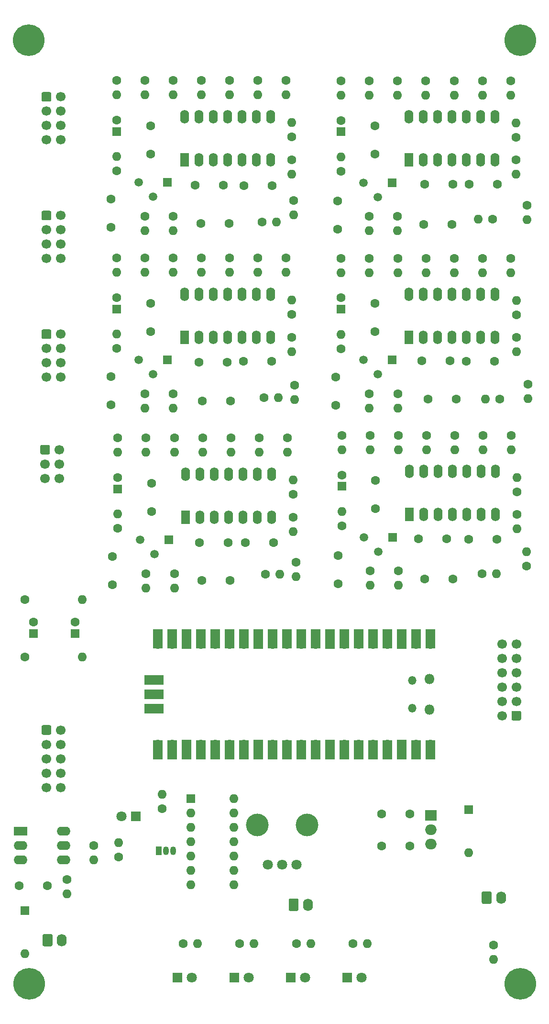
<source format=gbr>
%TF.GenerationSoftware,KiCad,Pcbnew,(5.1.7)-1*%
%TF.CreationDate,2023-03-08T08:19:23+00:00*%
%TF.ProjectId,KOSMO-POLY6-PICO-DCO-MB,4b4f534d-4f2d-4504-9f4c-59362d504943,v0.1.1*%
%TF.SameCoordinates,Original*%
%TF.FileFunction,Soldermask,Top*%
%TF.FilePolarity,Negative*%
%FSLAX46Y46*%
G04 Gerber Fmt 4.6, Leading zero omitted, Abs format (unit mm)*
G04 Created by KiCad (PCBNEW (5.1.7)-1) date 2023-03-08 08:19:23*
%MOMM*%
%LPD*%
G01*
G04 APERTURE LIST*
%ADD10O,1.740000X2.190000*%
%ADD11C,1.600000*%
%ADD12O,1.700000X1.700000*%
%ADD13R,1.700000X1.700000*%
%ADD14R,1.700000X3.500000*%
%ADD15O,1.800000X1.800000*%
%ADD16O,1.500000X1.500000*%
%ADD17R,3.500000X1.700000*%
%ADD18C,1.700000*%
%ADD19O,1.600000X1.600000*%
%ADD20C,1.800000*%
%ADD21R,1.800000X1.800000*%
%ADD22R,1.600000X1.600000*%
%ADD23R,1.050000X1.500000*%
%ADD24O,1.050000X1.500000*%
%ADD25C,5.600000*%
%ADD26C,4.000000*%
%ADD27O,2.000000X1.905000*%
%ADD28R,2.000000X1.905000*%
%ADD29O,1.600000X2.400000*%
%ADD30R,1.600000X2.400000*%
%ADD31R,1.500000X1.500000*%
%ADD32C,1.500000*%
%ADD33O,2.400000X1.600000*%
%ADD34R,2.400000X1.600000*%
G04 APERTURE END LIST*
D10*
%TO.C,PG1*%
X95062000Y-176111000D03*
G36*
G01*
X91652000Y-176956001D02*
X91652000Y-175265999D01*
G75*
G02*
X91901999Y-175016000I249999J0D01*
G01*
X93142001Y-175016000D01*
G75*
G02*
X93392000Y-175265999I0J-249999D01*
G01*
X93392000Y-176956001D01*
G75*
G02*
X93142001Y-177206000I-249999J0D01*
G01*
X91901999Y-177206000D01*
G75*
G02*
X91652000Y-176956001I0J249999D01*
G01*
G37*
%TD*%
D11*
%TO.C,C41*%
X88963000Y-112015000D03*
X83963000Y-112015000D03*
%TD*%
%TO.C,C40*%
X128544000Y-111416000D03*
X123544000Y-111416000D03*
%TD*%
%TO.C,C39*%
X88661000Y-79943000D03*
X83661000Y-79943000D03*
%TD*%
%TO.C,C38*%
X128131000Y-79920000D03*
X123131000Y-79920000D03*
%TD*%
%TO.C,C37*%
X88711000Y-48888000D03*
X83711000Y-48888000D03*
%TD*%
%TO.C,C36*%
X128575000Y-48648000D03*
X123575000Y-48648000D03*
%TD*%
D12*
%TO.C,MCU1*%
X116712000Y-129983000D03*
X114172000Y-129983000D03*
D13*
X111632000Y-129983000D03*
D12*
X109092000Y-129983000D03*
X106552000Y-129983000D03*
X104012000Y-129983000D03*
X101472000Y-129983000D03*
D13*
X98932000Y-129983000D03*
D12*
X96392000Y-129983000D03*
X93852000Y-129983000D03*
X91312000Y-129983000D03*
X88772000Y-129983000D03*
D13*
X86232000Y-129983000D03*
D12*
X83692000Y-129983000D03*
X81152000Y-129983000D03*
X78612000Y-129983000D03*
X76072000Y-129983000D03*
D13*
X73532000Y-129983000D03*
D12*
X70992000Y-129983000D03*
X68452000Y-129983000D03*
X68452000Y-147763000D03*
X70992000Y-147763000D03*
D13*
X73532000Y-147763000D03*
D12*
X76072000Y-147763000D03*
X78612000Y-147763000D03*
X81152000Y-147763000D03*
X83692000Y-147763000D03*
D13*
X86232000Y-147763000D03*
D12*
X88772000Y-147763000D03*
X91312000Y-147763000D03*
X93852000Y-147763000D03*
X96392000Y-147763000D03*
D13*
X98932000Y-147763000D03*
D12*
X101472000Y-147763000D03*
X104012000Y-147763000D03*
X106552000Y-147763000D03*
X109092000Y-147763000D03*
D13*
X111632000Y-147763000D03*
D12*
X114172000Y-147763000D03*
X116712000Y-147763000D03*
D14*
X116712000Y-129083000D03*
X114172000Y-129083000D03*
X111632000Y-129083000D03*
X109092000Y-129083000D03*
X106552000Y-129083000D03*
X104012000Y-129083000D03*
X101472000Y-129083000D03*
X98932000Y-129083000D03*
X96392000Y-129083000D03*
X93852000Y-129083000D03*
X91312000Y-129083000D03*
X88772000Y-129083000D03*
X86232000Y-129083000D03*
X83692000Y-129083000D03*
X81152000Y-129083000D03*
X78612000Y-129083000D03*
X76072000Y-129083000D03*
X73532000Y-129083000D03*
X70992000Y-129083000D03*
X68452000Y-129083000D03*
X116712000Y-148663000D03*
X114172000Y-148663000D03*
X111632000Y-148663000D03*
X109092000Y-148663000D03*
X106552000Y-148663000D03*
X104012000Y-148663000D03*
X101472000Y-148663000D03*
X98932000Y-148663000D03*
X96392000Y-148663000D03*
X93852000Y-148663000D03*
X91312000Y-148663000D03*
X88772000Y-148663000D03*
X86232000Y-148663000D03*
X83692000Y-148663000D03*
X81152000Y-148663000D03*
X78612000Y-148663000D03*
X76072000Y-148663000D03*
X73532000Y-148663000D03*
X70992000Y-148663000D03*
X68452000Y-148663000D03*
D15*
X116582000Y-136148000D03*
X116582000Y-141598000D03*
D16*
X113552000Y-136448000D03*
X113552000Y-141298000D03*
D17*
X67782000Y-136333000D03*
D12*
X68682000Y-136333000D03*
D17*
X67782000Y-138873000D03*
D13*
X68682000Y-138873000D03*
D17*
X67782000Y-141413000D03*
D12*
X68682000Y-141413000D03*
%TD*%
D18*
%TO.C,MOD1*%
X129408000Y-129948000D03*
X129408000Y-132488000D03*
X129408000Y-135028000D03*
X129408000Y-137568000D03*
X129408000Y-140108000D03*
X129408000Y-142648000D03*
X131948000Y-129948000D03*
X131948000Y-132488000D03*
X131948000Y-135028000D03*
X131948000Y-137568000D03*
X131948000Y-140108000D03*
G36*
G01*
X132798000Y-142048000D02*
X132798000Y-143248000D01*
G75*
G02*
X132548000Y-143498000I-250000J0D01*
G01*
X131348000Y-143498000D01*
G75*
G02*
X131098000Y-143248000I0J250000D01*
G01*
X131098000Y-142048000D01*
G75*
G02*
X131348000Y-141798000I250000J0D01*
G01*
X132548000Y-141798000D01*
G75*
G02*
X132798000Y-142048000I0J-250000D01*
G01*
G37*
%TD*%
%TO.C,Power-OUT1*%
X51077000Y-100664000D03*
X51077000Y-98124000D03*
X51077000Y-95584000D03*
X48537000Y-100664000D03*
X48537000Y-98124000D03*
G36*
G01*
X47687000Y-96184000D02*
X47687000Y-94984000D01*
G75*
G02*
X47937000Y-94734000I250000J0D01*
G01*
X49137000Y-94734000D01*
G75*
G02*
X49387000Y-94984000I0J-250000D01*
G01*
X49387000Y-96184000D01*
G75*
G02*
X49137000Y-96434000I-250000J0D01*
G01*
X47937000Y-96434000D01*
G75*
G02*
X47687000Y-96184000I0J250000D01*
G01*
G37*
%TD*%
D19*
%TO.C,R93*%
X75540000Y-183000000D03*
D11*
X73000000Y-183000000D03*
%TD*%
D20*
%TO.C,D7*%
X74540000Y-189000000D03*
D21*
X72000000Y-189000000D03*
%TD*%
D19*
%TO.C,R91*%
X61574000Y-165130000D03*
D11*
X61574000Y-167670000D03*
%TD*%
D20*
%TO.C,D6*%
X62050000Y-160430000D03*
D21*
X64590000Y-160430000D03*
%TD*%
D19*
%TO.C,U9*%
X81981000Y-157289000D03*
X74361000Y-172529000D03*
X81981000Y-159829000D03*
X74361000Y-169989000D03*
X81981000Y-162369000D03*
X74361000Y-167449000D03*
X81981000Y-164909000D03*
X74361000Y-164909000D03*
X81981000Y-167449000D03*
X74361000Y-162369000D03*
X81981000Y-169989000D03*
X74361000Y-159829000D03*
X81981000Y-172529000D03*
D22*
X74361000Y-157289000D03*
%TD*%
D19*
%TO.C,R92*%
X69234000Y-156604000D03*
D11*
X69234000Y-159144000D03*
%TD*%
D23*
%TO.C,Q7*%
X68650000Y-166578000D03*
D24*
X71190000Y-166578000D03*
X69920000Y-166578000D03*
%TD*%
D10*
%TO.C,PWM_IN1*%
X129236000Y-174841000D03*
G36*
G01*
X125826000Y-175686001D02*
X125826000Y-173995999D01*
G75*
G02*
X126075999Y-173746000I249999J0D01*
G01*
X127316001Y-173746000D01*
G75*
G02*
X127566000Y-173995999I0J-249999D01*
G01*
X127566000Y-175686001D01*
G75*
G02*
X127316001Y-175936000I-249999J0D01*
G01*
X126075999Y-175936000D01*
G75*
G02*
X125826000Y-175686001I0J249999D01*
G01*
G37*
%TD*%
D18*
%TO.C,POWER1*%
X51299000Y-155339000D03*
X51299000Y-152799000D03*
X51299000Y-150259000D03*
X51299000Y-147719000D03*
X51299000Y-145179000D03*
X48759000Y-155339000D03*
X48759000Y-152799000D03*
X48759000Y-150259000D03*
X48759000Y-147719000D03*
G36*
G01*
X47909000Y-145779000D02*
X47909000Y-144579000D01*
G75*
G02*
X48159000Y-144329000I250000J0D01*
G01*
X49359000Y-144329000D01*
G75*
G02*
X49609000Y-144579000I0J-250000D01*
G01*
X49609000Y-145779000D01*
G75*
G02*
X49359000Y-146029000I-250000J0D01*
G01*
X48159000Y-146029000D01*
G75*
G02*
X47909000Y-145779000I0J250000D01*
G01*
G37*
%TD*%
%TO.C,RAMP1*%
X51299000Y-40773000D03*
X51299000Y-38233000D03*
X51299000Y-35693000D03*
X51299000Y-33153000D03*
X48759000Y-40773000D03*
X48759000Y-38233000D03*
X48759000Y-35693000D03*
G36*
G01*
X47909000Y-33753000D02*
X47909000Y-32553000D01*
G75*
G02*
X48159000Y-32303000I250000J0D01*
G01*
X49359000Y-32303000D01*
G75*
G02*
X49609000Y-32553000I0J-250000D01*
G01*
X49609000Y-33753000D01*
G75*
G02*
X49359000Y-34003000I-250000J0D01*
G01*
X48159000Y-34003000D01*
G75*
G02*
X47909000Y-33753000I0J250000D01*
G01*
G37*
%TD*%
D19*
%TO.C,R90*%
X105540000Y-183000000D03*
D11*
X103000000Y-183000000D03*
%TD*%
D19*
%TO.C,R89*%
X95540000Y-183000000D03*
D11*
X93000000Y-183000000D03*
%TD*%
D18*
%TO.C,PULSE1*%
X51299000Y-61773000D03*
X51299000Y-59233000D03*
X51299000Y-56693000D03*
X51299000Y-54153000D03*
X48759000Y-61773000D03*
X48759000Y-59233000D03*
X48759000Y-56693000D03*
G36*
G01*
X47909000Y-54753000D02*
X47909000Y-53553000D01*
G75*
G02*
X48159000Y-53303000I250000J0D01*
G01*
X49359000Y-53303000D01*
G75*
G02*
X49609000Y-53553000I0J-250000D01*
G01*
X49609000Y-54753000D01*
G75*
G02*
X49359000Y-55003000I-250000J0D01*
G01*
X48159000Y-55003000D01*
G75*
G02*
X47909000Y-54753000I0J250000D01*
G01*
G37*
%TD*%
D10*
%TO.C,MIDI_IN1*%
X51505000Y-182371000D03*
G36*
G01*
X48095000Y-183216001D02*
X48095000Y-181525999D01*
G75*
G02*
X48344999Y-181276000I249999J0D01*
G01*
X49585001Y-181276000D01*
G75*
G02*
X49835000Y-181525999I0J-249999D01*
G01*
X49835000Y-183216001D01*
G75*
G02*
X49585001Y-183466000I-249999J0D01*
G01*
X48344999Y-183466000D01*
G75*
G02*
X48095000Y-183216001I0J249999D01*
G01*
G37*
%TD*%
D25*
%TO.C,H4*%
X45674000Y-190089000D03*
%TD*%
%TO.C,H3*%
X132660000Y-190087000D03*
%TD*%
%TO.C,H2*%
X132662000Y-23093000D03*
%TD*%
%TO.C,H1*%
X45662000Y-23095000D03*
%TD*%
D18*
%TO.C,GATE1*%
X51299000Y-82773000D03*
X51299000Y-80233000D03*
X51299000Y-77693000D03*
X51299000Y-75153000D03*
X48759000Y-82773000D03*
X48759000Y-80233000D03*
X48759000Y-77693000D03*
G36*
G01*
X47909000Y-75753000D02*
X47909000Y-74553000D01*
G75*
G02*
X48159000Y-74303000I250000J0D01*
G01*
X49359000Y-74303000D01*
G75*
G02*
X49609000Y-74553000I0J-250000D01*
G01*
X49609000Y-75753000D01*
G75*
G02*
X49359000Y-76003000I-250000J0D01*
G01*
X48159000Y-76003000D01*
G75*
G02*
X47909000Y-75753000I0J250000D01*
G01*
G37*
%TD*%
D19*
%TO.C,FB2*%
X55142000Y-122122000D03*
D11*
X44982000Y-122122000D03*
%TD*%
D19*
%TO.C,FB1*%
X55142000Y-132259000D03*
D11*
X44982000Y-132259000D03*
%TD*%
D20*
%TO.C,D5*%
X104540000Y-189000000D03*
D21*
X102000000Y-189000000D03*
%TD*%
D20*
%TO.C,D4*%
X94540000Y-189000000D03*
D21*
X92000000Y-189000000D03*
%TD*%
D11*
%TO.C,C9*%
X53833000Y-126077000D03*
D22*
X53833000Y-128077000D03*
%TD*%
D11*
%TO.C,C8*%
X46445000Y-126077000D03*
D22*
X46445000Y-128077000D03*
%TD*%
D19*
%TO.C,R88*%
X85540000Y-183000000D03*
D11*
X83000000Y-183000000D03*
%TD*%
D19*
%TO.C,R87*%
X86412000Y-96045000D03*
D11*
X86412000Y-93505000D03*
%TD*%
D19*
%TO.C,R86*%
X81412000Y-96045000D03*
D11*
X81412000Y-93505000D03*
%TD*%
D19*
%TO.C,R85*%
X61412000Y-96045000D03*
D11*
X61412000Y-93505000D03*
%TD*%
D19*
%TO.C,R84*%
X66412000Y-96045000D03*
D11*
X66412000Y-93505000D03*
%TD*%
D19*
%TO.C,R83*%
X61412000Y-106965000D03*
D11*
X61412000Y-109505000D03*
%TD*%
D19*
%TO.C,R82*%
X71412000Y-96045000D03*
D11*
X71412000Y-93505000D03*
%TD*%
D19*
%TO.C,R81*%
X76412000Y-96045000D03*
D11*
X76412000Y-93505000D03*
%TD*%
D19*
%TO.C,R80*%
X91412000Y-96045000D03*
D11*
X91412000Y-93505000D03*
%TD*%
D19*
%TO.C,R79*%
X71412000Y-120045000D03*
D11*
X71412000Y-117505000D03*
%TD*%
D19*
%TO.C,R78*%
X90092000Y-117632000D03*
D11*
X87552000Y-117632000D03*
%TD*%
D19*
%TO.C,R77*%
X66412000Y-120045000D03*
D11*
X66412000Y-117505000D03*
%TD*%
D19*
%TO.C,R74*%
X92412000Y-110045000D03*
D11*
X92412000Y-107505000D03*
%TD*%
D19*
%TO.C,R73*%
X126052000Y-95600000D03*
D11*
X126052000Y-93060000D03*
%TD*%
D19*
%TO.C,R72*%
X121052000Y-95600000D03*
D11*
X121052000Y-93060000D03*
%TD*%
D19*
%TO.C,R71*%
X101052000Y-95600000D03*
D11*
X101052000Y-93060000D03*
%TD*%
D19*
%TO.C,R70*%
X106052000Y-95600000D03*
D11*
X106052000Y-93060000D03*
%TD*%
D19*
%TO.C,R69*%
X101052000Y-106520000D03*
D11*
X101052000Y-109060000D03*
%TD*%
D19*
%TO.C,R68*%
X111052000Y-95600000D03*
D11*
X111052000Y-93060000D03*
%TD*%
D19*
%TO.C,R67*%
X116052000Y-95600000D03*
D11*
X116052000Y-93060000D03*
%TD*%
D19*
%TO.C,R66*%
X131052000Y-95600000D03*
D11*
X131052000Y-93060000D03*
%TD*%
D19*
%TO.C,R65*%
X111052000Y-119600000D03*
D11*
X111052000Y-117060000D03*
%TD*%
D19*
%TO.C,R64*%
X128410000Y-117509000D03*
D11*
X125870000Y-117509000D03*
%TD*%
D19*
%TO.C,R63*%
X106052000Y-119600000D03*
D11*
X106052000Y-117060000D03*
%TD*%
D19*
%TO.C,R60*%
X132052000Y-109600000D03*
D11*
X132052000Y-107060000D03*
%TD*%
D19*
%TO.C,R59*%
X86218000Y-64226000D03*
D11*
X86218000Y-61686000D03*
%TD*%
D19*
%TO.C,R58*%
X81218000Y-64226000D03*
D11*
X81218000Y-61686000D03*
%TD*%
D19*
%TO.C,R57*%
X61218000Y-64226000D03*
D11*
X61218000Y-61686000D03*
%TD*%
D19*
%TO.C,R56*%
X66218000Y-64226000D03*
D11*
X66218000Y-61686000D03*
%TD*%
D19*
%TO.C,R55*%
X61218000Y-75146000D03*
D11*
X61218000Y-77686000D03*
%TD*%
D19*
%TO.C,R54*%
X71218000Y-64226000D03*
D11*
X71218000Y-61686000D03*
%TD*%
D19*
%TO.C,R53*%
X76218000Y-64226000D03*
D11*
X76218000Y-61686000D03*
%TD*%
D19*
%TO.C,R52*%
X91218000Y-64226000D03*
D11*
X91218000Y-61686000D03*
%TD*%
D19*
%TO.C,R51*%
X71218000Y-88226000D03*
D11*
X71218000Y-85686000D03*
%TD*%
D19*
%TO.C,R50*%
X89802000Y-86392000D03*
D11*
X87262000Y-86392000D03*
%TD*%
D19*
%TO.C,R49*%
X66218000Y-88226000D03*
D11*
X66218000Y-85686000D03*
%TD*%
D19*
%TO.C,R46*%
X92218000Y-78226000D03*
D11*
X92218000Y-75686000D03*
%TD*%
D19*
%TO.C,R45*%
X125950000Y-64238000D03*
D11*
X125950000Y-61698000D03*
%TD*%
D19*
%TO.C,R44*%
X120950000Y-64238000D03*
D11*
X120950000Y-61698000D03*
%TD*%
D19*
%TO.C,R43*%
X100950000Y-64238000D03*
D11*
X100950000Y-61698000D03*
%TD*%
D19*
%TO.C,R42*%
X105950000Y-64238000D03*
D11*
X105950000Y-61698000D03*
%TD*%
D19*
%TO.C,R41*%
X100950000Y-75158000D03*
D11*
X100950000Y-77698000D03*
%TD*%
D19*
%TO.C,R40*%
X110950000Y-64238000D03*
D11*
X110950000Y-61698000D03*
%TD*%
D19*
%TO.C,R39*%
X115950000Y-64238000D03*
D11*
X115950000Y-61698000D03*
%TD*%
D19*
%TO.C,R38*%
X130950000Y-64238000D03*
D11*
X130950000Y-61698000D03*
%TD*%
D19*
%TO.C,R37*%
X110950000Y-88238000D03*
D11*
X110950000Y-85698000D03*
%TD*%
D19*
%TO.C,R36*%
X134048000Y-86539000D03*
D11*
X134048000Y-83999000D03*
%TD*%
D19*
%TO.C,R35*%
X105950000Y-88238000D03*
D11*
X105950000Y-85698000D03*
%TD*%
D19*
%TO.C,R32*%
X131950000Y-78238000D03*
D11*
X131950000Y-75698000D03*
%TD*%
D19*
%TO.C,R31*%
X86190000Y-32799000D03*
D11*
X86190000Y-30259000D03*
%TD*%
D19*
%TO.C,R30*%
X81190000Y-32799000D03*
D11*
X81190000Y-30259000D03*
%TD*%
D19*
%TO.C,R29*%
X61190000Y-32799000D03*
D11*
X61190000Y-30259000D03*
%TD*%
D19*
%TO.C,R28*%
X66190000Y-32799000D03*
D11*
X66190000Y-30259000D03*
%TD*%
D19*
%TO.C,R27*%
X61190000Y-43719000D03*
D11*
X61190000Y-46259000D03*
%TD*%
D19*
%TO.C,R26*%
X71190000Y-32799000D03*
D11*
X71190000Y-30259000D03*
%TD*%
D19*
%TO.C,R25*%
X76190000Y-32799000D03*
D11*
X76190000Y-30259000D03*
%TD*%
D19*
%TO.C,R24*%
X91190000Y-32799000D03*
D11*
X91190000Y-30259000D03*
%TD*%
D19*
%TO.C,R23*%
X71190000Y-56799000D03*
D11*
X71190000Y-54259000D03*
%TD*%
D19*
%TO.C,R22*%
X89466000Y-55313000D03*
D11*
X86926000Y-55313000D03*
%TD*%
D19*
%TO.C,R21*%
X66190000Y-56799000D03*
D11*
X66190000Y-54259000D03*
%TD*%
D19*
%TO.C,R18*%
X92190000Y-46799000D03*
D11*
X92190000Y-44259000D03*
%TD*%
D19*
%TO.C,R17*%
X57101000Y-168177000D03*
D11*
X57101000Y-165637000D03*
%TD*%
D19*
%TO.C,R16*%
X52372000Y-174207000D03*
D11*
X52372000Y-171667000D03*
%TD*%
D19*
%TO.C,R15*%
X125942000Y-32859000D03*
D11*
X125942000Y-30319000D03*
%TD*%
D19*
%TO.C,R14*%
X120942000Y-32859000D03*
D11*
X120942000Y-30319000D03*
%TD*%
D19*
%TO.C,R13*%
X100942000Y-32859000D03*
D11*
X100942000Y-30319000D03*
%TD*%
D19*
%TO.C,R12*%
X105942000Y-32859000D03*
D11*
X105942000Y-30319000D03*
%TD*%
D19*
%TO.C,R11*%
X100942000Y-43779000D03*
D11*
X100942000Y-46319000D03*
%TD*%
D19*
%TO.C,R10*%
X110942000Y-32859000D03*
D11*
X110942000Y-30319000D03*
%TD*%
D19*
%TO.C,R9*%
X115942000Y-32859000D03*
D11*
X115942000Y-30319000D03*
%TD*%
D19*
%TO.C,R8*%
X130942000Y-32859000D03*
D11*
X130942000Y-30319000D03*
%TD*%
D19*
%TO.C,R7*%
X110942000Y-56859000D03*
D11*
X110942000Y-54319000D03*
%TD*%
D19*
%TO.C,R6*%
X133834000Y-54849000D03*
D11*
X133834000Y-52309000D03*
%TD*%
D19*
%TO.C,R5*%
X105942000Y-56859000D03*
D11*
X105942000Y-54319000D03*
%TD*%
D19*
%TO.C,R4*%
X127903000Y-185785000D03*
D11*
X127903000Y-183245000D03*
%TD*%
D19*
%TO.C,R1*%
X131942000Y-46859000D03*
D11*
X131942000Y-44319000D03*
%TD*%
D19*
%TO.C,R75*%
X92412000Y-100965000D03*
D11*
X92412000Y-103505000D03*
%TD*%
D19*
%TO.C,R61*%
X132052000Y-100520000D03*
D11*
X132052000Y-103060000D03*
%TD*%
D19*
%TO.C,R47*%
X92218000Y-69146000D03*
D11*
X92218000Y-71686000D03*
%TD*%
D19*
%TO.C,R33*%
X131950000Y-69158000D03*
D11*
X131950000Y-71698000D03*
%TD*%
D19*
%TO.C,R19*%
X92190000Y-37719000D03*
D11*
X92190000Y-40259000D03*
%TD*%
D19*
%TO.C,R2*%
X131942000Y-37779000D03*
D11*
X131942000Y-40319000D03*
%TD*%
D19*
%TO.C,R76*%
X92926000Y-118082000D03*
D11*
X92926000Y-115542000D03*
%TD*%
D19*
%TO.C,R62*%
X133762000Y-113612000D03*
D11*
X133762000Y-116152000D03*
%TD*%
D19*
%TO.C,R48*%
X92738000Y-86741000D03*
D11*
X92738000Y-84201000D03*
%TD*%
D19*
%TO.C,R34*%
X126481000Y-86627000D03*
D11*
X129021000Y-86627000D03*
%TD*%
D19*
%TO.C,R20*%
X92529000Y-54019000D03*
D11*
X92529000Y-51479000D03*
%TD*%
D19*
%TO.C,R3*%
X125254000Y-54771000D03*
D11*
X127794000Y-54771000D03*
%TD*%
D20*
%TO.C,PW_POT1*%
X93000000Y-169000000D03*
X90500000Y-169000000D03*
X88000000Y-169000000D03*
D26*
X94900000Y-162000000D03*
X86100000Y-162000000D03*
%TD*%
D20*
%TO.C,D3*%
X84540000Y-189000000D03*
D21*
X82000000Y-189000000D03*
%TD*%
D19*
%TO.C,D2*%
X123561000Y-166883000D03*
D22*
X123561000Y-159263000D03*
%TD*%
D27*
%TO.C,U1*%
X116841000Y-165411000D03*
X116841000Y-162871000D03*
D28*
X116841000Y-160331000D03*
%TD*%
D11*
%TO.C,C16*%
X116348000Y-86633000D03*
X121348000Y-86633000D03*
%TD*%
D29*
%TO.C,U8*%
X73412000Y-99885000D03*
X88652000Y-107505000D03*
X75952000Y-99885000D03*
X86112000Y-107505000D03*
X78492000Y-99885000D03*
X83572000Y-107505000D03*
X81032000Y-99885000D03*
X81032000Y-107505000D03*
X83572000Y-99885000D03*
X78492000Y-107505000D03*
X86112000Y-99885000D03*
X75952000Y-107505000D03*
X88652000Y-99885000D03*
D30*
X73412000Y-107505000D03*
%TD*%
D29*
%TO.C,U7*%
X113052000Y-99440000D03*
X128292000Y-107060000D03*
X115592000Y-99440000D03*
X125752000Y-107060000D03*
X118132000Y-99440000D03*
X123212000Y-107060000D03*
X120672000Y-99440000D03*
X120672000Y-107060000D03*
X123212000Y-99440000D03*
X118132000Y-107060000D03*
X125752000Y-99440000D03*
X115592000Y-107060000D03*
X128292000Y-99440000D03*
D30*
X113052000Y-107060000D03*
%TD*%
D29*
%TO.C,U6*%
X73218000Y-68066000D03*
X88458000Y-75686000D03*
X75758000Y-68066000D03*
X85918000Y-75686000D03*
X78298000Y-68066000D03*
X83378000Y-75686000D03*
X80838000Y-68066000D03*
X80838000Y-75686000D03*
X83378000Y-68066000D03*
X78298000Y-75686000D03*
X85918000Y-68066000D03*
X75758000Y-75686000D03*
X88458000Y-68066000D03*
D30*
X73218000Y-75686000D03*
%TD*%
D29*
%TO.C,U5*%
X112950000Y-68078000D03*
X128190000Y-75698000D03*
X115490000Y-68078000D03*
X125650000Y-75698000D03*
X118030000Y-68078000D03*
X123110000Y-75698000D03*
X120570000Y-68078000D03*
X120570000Y-75698000D03*
X123110000Y-68078000D03*
X118030000Y-75698000D03*
X125650000Y-68078000D03*
X115490000Y-75698000D03*
X128190000Y-68078000D03*
D30*
X112950000Y-75698000D03*
%TD*%
D31*
%TO.C,Q6*%
X70412000Y-111505000D03*
D32*
X65332000Y-111505000D03*
X67872000Y-114045000D03*
%TD*%
D31*
%TO.C,Q5*%
X110052000Y-111060000D03*
D32*
X104972000Y-111060000D03*
X107512000Y-113600000D03*
%TD*%
D31*
%TO.C,Q4*%
X70218000Y-79686000D03*
D32*
X65138000Y-79686000D03*
X67678000Y-82226000D03*
%TD*%
D31*
%TO.C,Q3*%
X109950000Y-79698000D03*
D32*
X104870000Y-79698000D03*
X107410000Y-82238000D03*
%TD*%
D11*
%TO.C,C35*%
X80891000Y-112055000D03*
X75891000Y-112055000D03*
%TD*%
%TO.C,C34*%
X61412000Y-100505000D03*
D22*
X61412000Y-102505000D03*
%TD*%
D11*
%TO.C,C33*%
X67412000Y-101505000D03*
X67412000Y-106505000D03*
%TD*%
%TO.C,C32*%
X60412000Y-114505000D03*
X60412000Y-119505000D03*
%TD*%
%TO.C,C31*%
X76265000Y-118747000D03*
X81265000Y-118747000D03*
%TD*%
%TO.C,C30*%
X119659000Y-111377000D03*
X114659000Y-111377000D03*
%TD*%
%TO.C,C29*%
X101052000Y-100060000D03*
D22*
X101052000Y-102060000D03*
%TD*%
D11*
%TO.C,C28*%
X107052000Y-101060000D03*
X107052000Y-106060000D03*
%TD*%
%TO.C,C27*%
X100442000Y-119280000D03*
X100442000Y-114280000D03*
%TD*%
%TO.C,C26*%
X115724000Y-118502000D03*
X120724000Y-118502000D03*
%TD*%
%TO.C,C25*%
X80776000Y-80089000D03*
X75776000Y-80089000D03*
%TD*%
%TO.C,C24*%
X61218000Y-68686000D03*
D22*
X61218000Y-70686000D03*
%TD*%
D11*
%TO.C,C23*%
X67218000Y-69686000D03*
X67218000Y-74686000D03*
%TD*%
%TO.C,C22*%
X60218000Y-82686000D03*
X60218000Y-87686000D03*
%TD*%
%TO.C,C21*%
X76361000Y-86939000D03*
X81361000Y-86939000D03*
%TD*%
%TO.C,C20*%
X120246000Y-79885000D03*
X115246000Y-79885000D03*
%TD*%
%TO.C,C19*%
X100950000Y-68698000D03*
D22*
X100950000Y-70698000D03*
%TD*%
D11*
%TO.C,C18*%
X106950000Y-69698000D03*
X106950000Y-74698000D03*
%TD*%
%TO.C,C17*%
X99950000Y-82698000D03*
X99950000Y-87698000D03*
%TD*%
D29*
%TO.C,U4*%
X73190000Y-36639000D03*
X88430000Y-44259000D03*
X75730000Y-36639000D03*
X85890000Y-44259000D03*
X78270000Y-36639000D03*
X83350000Y-44259000D03*
X80810000Y-36639000D03*
X80810000Y-44259000D03*
X83350000Y-36639000D03*
X78270000Y-44259000D03*
X85890000Y-36639000D03*
X75730000Y-44259000D03*
X88430000Y-36639000D03*
D30*
X73190000Y-44259000D03*
%TD*%
D31*
%TO.C,Q2*%
X70190000Y-48259000D03*
D32*
X65110000Y-48259000D03*
X67650000Y-50799000D03*
%TD*%
D11*
%TO.C,C15*%
X80095000Y-48763000D03*
X75095000Y-48763000D03*
%TD*%
%TO.C,C14*%
X61190000Y-37259000D03*
D22*
X61190000Y-39259000D03*
%TD*%
D11*
%TO.C,C13*%
X67190000Y-38259000D03*
X67190000Y-43259000D03*
%TD*%
%TO.C,C12*%
X60190000Y-51259000D03*
X60190000Y-56259000D03*
%TD*%
%TO.C,C11*%
X76140000Y-55597000D03*
X81140000Y-55597000D03*
%TD*%
D33*
%TO.C,U3*%
X51772000Y-163110000D03*
X44152000Y-168190000D03*
X51772000Y-165650000D03*
X44152000Y-165650000D03*
X51772000Y-168190000D03*
D34*
X44152000Y-163110000D03*
%TD*%
D19*
%TO.C,D1*%
X44929000Y-184789000D03*
D22*
X44929000Y-177169000D03*
%TD*%
D11*
%TO.C,C10*%
X43935000Y-172745000D03*
X48935000Y-172745000D03*
%TD*%
%TO.C,C7*%
X108125000Y-165695000D03*
X113125000Y-165695000D03*
%TD*%
%TO.C,C6*%
X113141000Y-160073000D03*
X108141000Y-160073000D03*
%TD*%
D29*
%TO.C,U2*%
X112942000Y-36699000D03*
X128182000Y-44319000D03*
X115482000Y-36699000D03*
X125642000Y-44319000D03*
X118022000Y-36699000D03*
X123102000Y-44319000D03*
X120562000Y-36699000D03*
X120562000Y-44319000D03*
X123102000Y-36699000D03*
X118022000Y-44319000D03*
X125642000Y-36699000D03*
X115482000Y-44319000D03*
X128182000Y-36699000D03*
D30*
X112942000Y-44319000D03*
%TD*%
D11*
%TO.C,C5*%
X120744000Y-48632000D03*
X115744000Y-48632000D03*
%TD*%
D31*
%TO.C,Q1*%
X109942000Y-48319000D03*
D32*
X104862000Y-48319000D03*
X107402000Y-50859000D03*
%TD*%
D11*
%TO.C,C4*%
X100942000Y-37319000D03*
D22*
X100942000Y-39319000D03*
%TD*%
D11*
%TO.C,C3*%
X106942000Y-38319000D03*
X106942000Y-43319000D03*
%TD*%
%TO.C,C2*%
X100332000Y-56539000D03*
X100332000Y-51539000D03*
%TD*%
%TO.C,C1*%
X115594000Y-55688000D03*
X120594000Y-55688000D03*
%TD*%
M02*

</source>
